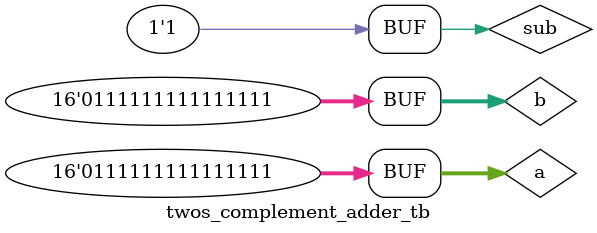
<source format=v>
module twos_complement_adder_tb;
reg [15:0] a;
reg [15:0] b;
reg sub;
wire [15:0] sum;
twos_complement_adder adder(
    .a(a),
    .b(b),
    .sub(sub),
    .sum(sum)
);
initial begin
    $display("a\tsub\tb\tsum");
    a = 16'b0111111111111110;
    b = 16'b0000000000000001;
    sub = 1'b0;
    #100 $monitor("%b\t%b\t%b\t%b", a, sub, b, sum);
    

    a = 16'b0111111111111111;
    b = 16'b0000000000000001;
    sub = 1'b1;
    #100 $monitor("%b\t%b\t%b\t%b", a, sub, b, sum);
  
    a = 16'b0000000000000000;
    b = 16'b0000000000000000;
    sub = 1'b0;
    #100 $monitor("%b\t%b\t%b\t%b", a, sub, b, sum);
    
    a = 16'b0111111111111111;
    b = 16'b0111111111111111;
    sub = 1'b1;
    #100 $monitor("%b\t%b\t%b\t%b", a, sub, b, sum);
end
endmodule


</source>
